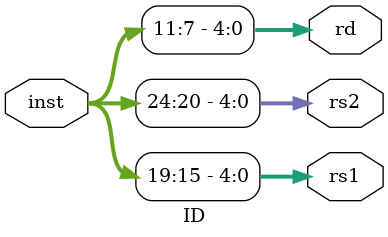
<source format=v>
`include"define.v"
module ID(
	input [31:0]		inst,
	output [4:0]		rs1,
	output [4:0]		rs2,
	output [4:0]		rd
);
	assign	rd		= inst[11:7];
	assign	rs1		= inst[19:15];
	assign	rs2		= inst[24:20];
endmodule



</source>
